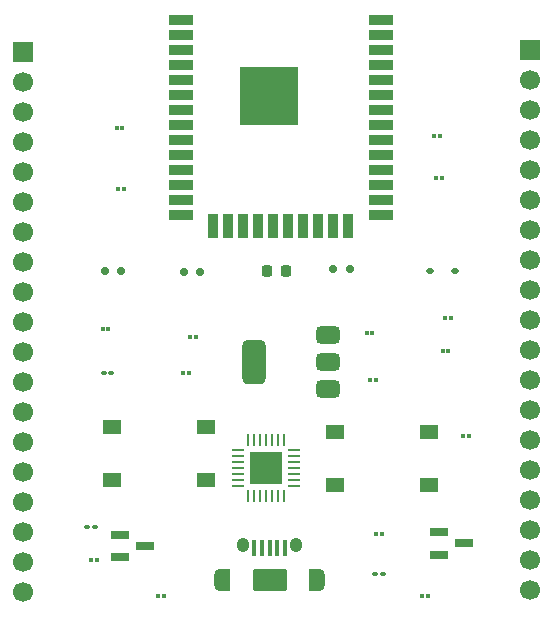
<source format=gbr>
%TF.GenerationSoftware,KiCad,Pcbnew,9.0.2*%
%TF.CreationDate,2025-07-05T23:34:38+05:30*%
%TF.ProjectId,_autosave-esp32devkitclone,5f617574-6f73-4617-9665-2d6573703332,rev?*%
%TF.SameCoordinates,Original*%
%TF.FileFunction,Soldermask,Top*%
%TF.FilePolarity,Negative*%
%FSLAX46Y46*%
G04 Gerber Fmt 4.6, Leading zero omitted, Abs format (unit mm)*
G04 Created by KiCad (PCBNEW 9.0.2) date 2025-07-05 23:34:38*
%MOMM*%
%LPD*%
G01*
G04 APERTURE LIST*
G04 Aperture macros list*
%AMRoundRect*
0 Rectangle with rounded corners*
0 $1 Rounding radius*
0 $2 $3 $4 $5 $6 $7 $8 $9 X,Y pos of 4 corners*
0 Add a 4 corners polygon primitive as box body*
4,1,4,$2,$3,$4,$5,$6,$7,$8,$9,$2,$3,0*
0 Add four circle primitives for the rounded corners*
1,1,$1+$1,$2,$3*
1,1,$1+$1,$4,$5*
1,1,$1+$1,$6,$7*
1,1,$1+$1,$8,$9*
0 Add four rect primitives between the rounded corners*
20,1,$1+$1,$2,$3,$4,$5,0*
20,1,$1+$1,$4,$5,$6,$7,0*
20,1,$1+$1,$6,$7,$8,$9,0*
20,1,$1+$1,$8,$9,$2,$3,0*%
G04 Aperture macros list end*
%ADD10R,1.700000X1.700000*%
%ADD11C,1.700000*%
%ADD12RoundRect,0.070000X-0.650000X-0.300000X0.650000X-0.300000X0.650000X0.300000X-0.650000X0.300000X0*%
%ADD13RoundRect,0.075000X-0.125000X-0.075000X0.125000X-0.075000X0.125000X0.075000X-0.125000X0.075000X0*%
%ADD14RoundRect,0.218750X-0.218750X-0.256250X0.218750X-0.256250X0.218750X0.256250X-0.218750X0.256250X0*%
%ADD15R,1.550000X1.300000*%
%ADD16RoundRect,0.100000X-0.130000X-0.100000X0.130000X-0.100000X0.130000X0.100000X-0.130000X0.100000X0*%
%ADD17RoundRect,0.100000X-0.100000X-0.575000X0.100000X-0.575000X0.100000X0.575000X-0.100000X0.575000X0*%
%ADD18O,1.000000X1.900000*%
%ADD19R,0.875000X1.900000*%
%ADD20O,1.050000X1.250000*%
%ADD21RoundRect,0.250000X-1.200000X-0.700000X1.200000X-0.700000X1.200000X0.700000X-1.200000X0.700000X0*%
%ADD22RoundRect,0.150000X0.150000X0.200000X-0.150000X0.200000X-0.150000X-0.200000X0.150000X-0.200000X0*%
%ADD23R,2.000000X0.900000*%
%ADD24R,0.900000X2.000000*%
%ADD25R,5.000000X5.000000*%
%ADD26RoundRect,0.062500X-0.425000X-0.062500X0.425000X-0.062500X0.425000X0.062500X-0.425000X0.062500X0*%
%ADD27RoundRect,0.062500X-0.062500X-0.425000X0.062500X-0.425000X0.062500X0.425000X-0.062500X0.425000X0*%
%ADD28R,2.700000X2.700000*%
%ADD29RoundRect,0.375000X0.625000X0.375000X-0.625000X0.375000X-0.625000X-0.375000X0.625000X-0.375000X0*%
%ADD30RoundRect,0.500000X0.500000X1.400000X-0.500000X1.400000X-0.500000X-1.400000X0.500000X-1.400000X0*%
%ADD31RoundRect,0.112500X-0.187500X-0.112500X0.187500X-0.112500X0.187500X0.112500X-0.187500X0.112500X0*%
G04 APERTURE END LIST*
D10*
%TO.C,J2*%
X161960000Y-84540000D03*
D11*
X161960000Y-87080000D03*
X161960000Y-89620000D03*
X161960000Y-92160000D03*
X161960000Y-94700000D03*
X161960000Y-97240000D03*
X161960000Y-99780000D03*
X161960000Y-102320000D03*
X161960000Y-104860000D03*
X161960000Y-107400000D03*
X161960000Y-109940000D03*
X161960000Y-112480000D03*
X161960000Y-115020000D03*
X161960000Y-117560000D03*
X161960000Y-120100000D03*
X161960000Y-122640000D03*
X161960000Y-125180000D03*
X161960000Y-127720000D03*
X161960000Y-130260000D03*
%TD*%
D12*
%TO.C,Q2*%
X197190000Y-125180000D03*
X197190000Y-127080000D03*
X199290000Y-126130000D03*
%TD*%
D13*
%TO.C,R21*%
X191835000Y-125370000D03*
X192335000Y-125370000D03*
%TD*%
%TO.C,R17*%
X196905000Y-95160000D03*
X197405000Y-95160000D03*
%TD*%
D14*
%TO.C,D1*%
X182605000Y-103080000D03*
X184180000Y-103080000D03*
%TD*%
D13*
%TO.C,C15*%
X169865000Y-90920000D03*
X170365000Y-90920000D03*
%TD*%
%TO.C,R25*%
X167665000Y-127540000D03*
X168165000Y-127540000D03*
%TD*%
D15*
%TO.C,SW1*%
X169450000Y-116280000D03*
X177400000Y-116280000D03*
X169450000Y-120780000D03*
X177400000Y-120780000D03*
%TD*%
D13*
%TO.C,C14*%
X199220000Y-117020000D03*
X199720000Y-117020000D03*
%TD*%
D16*
%TO.C,C21*%
X168780000Y-111720000D03*
X169420000Y-111720000D03*
%TD*%
D17*
%TO.C,J1*%
X184120000Y-126550000D03*
X183470000Y-126550000D03*
X182820000Y-126550000D03*
X182170000Y-126550000D03*
X181520000Y-126550000D03*
D18*
X178645000Y-129225000D03*
D19*
X179082500Y-129225000D03*
D20*
X180595000Y-126225000D03*
D21*
X182820000Y-129225000D03*
D20*
X185045000Y-126225000D03*
D19*
X186557500Y-129225000D03*
D18*
X186995000Y-129225000D03*
%TD*%
D15*
%TO.C,SW2*%
X188350000Y-116710000D03*
X196300000Y-116710000D03*
X188350000Y-121210000D03*
X196300000Y-121210000D03*
%TD*%
D10*
%TO.C,J3*%
X204880000Y-84360000D03*
D11*
X204880000Y-86900000D03*
X204880000Y-89440000D03*
X204880000Y-91980000D03*
X204880000Y-94520000D03*
X204880000Y-97060000D03*
X204880000Y-99600000D03*
X204880000Y-102140000D03*
X204880000Y-104680000D03*
X204880000Y-107220000D03*
X204880000Y-109760000D03*
X204880000Y-112300000D03*
X204880000Y-114840000D03*
X204880000Y-117380000D03*
X204880000Y-119920000D03*
X204880000Y-122460000D03*
X204880000Y-125000000D03*
X204880000Y-127540000D03*
X204880000Y-130080000D03*
%TD*%
D22*
%TO.C,D4*%
X188210000Y-102890000D03*
X189610000Y-102890000D03*
%TD*%
D13*
%TO.C,R24*%
X173350000Y-130540000D03*
X173850000Y-130540000D03*
%TD*%
D16*
%TO.C,C3*%
X191785000Y-128710000D03*
X192425000Y-128710000D03*
%TD*%
D22*
%TO.C,D6*%
X168870000Y-103060000D03*
X170270000Y-103060000D03*
%TD*%
D13*
%TO.C,R22*%
X170000000Y-96140000D03*
X170500000Y-96140000D03*
%TD*%
%TO.C,R26*%
X191355000Y-112260000D03*
X191855000Y-112260000D03*
%TD*%
D16*
%TO.C,C1*%
X167400000Y-124750000D03*
X168040000Y-124750000D03*
%TD*%
D23*
%TO.C,MOD1*%
X175280000Y-81780000D03*
X175280000Y-83050000D03*
X175280000Y-84320000D03*
X175280000Y-85590000D03*
X175280000Y-86860000D03*
X175280000Y-88130000D03*
X175280000Y-89400000D03*
X175280000Y-90670000D03*
X175280000Y-91940000D03*
X175280000Y-93210000D03*
X175280000Y-94480000D03*
X175280000Y-95750000D03*
X175280000Y-97020000D03*
X175280000Y-98290000D03*
D24*
X178065000Y-99290000D03*
X179335000Y-99290000D03*
X180605000Y-99290000D03*
X181875000Y-99290000D03*
X183145000Y-99290000D03*
X184415000Y-99290000D03*
X185685000Y-99290000D03*
X186955000Y-99290000D03*
X188225000Y-99290000D03*
X189495000Y-99290000D03*
D23*
X192280000Y-98290000D03*
X192280000Y-97020000D03*
X192280000Y-95750000D03*
X192280000Y-94480000D03*
X192280000Y-93210000D03*
X192280000Y-91940000D03*
X192280000Y-90670000D03*
X192280000Y-89400000D03*
X192280000Y-88130000D03*
X192280000Y-86860000D03*
X192280000Y-85590000D03*
X192280000Y-84320000D03*
X192280000Y-83050000D03*
X192280000Y-81780000D03*
D25*
X182780000Y-88280000D03*
%TD*%
D13*
%TO.C,R11*%
X197460000Y-109800000D03*
X197960000Y-109800000D03*
%TD*%
D26*
%TO.C,U1*%
X180155000Y-118240000D03*
X180155000Y-118740000D03*
X180155000Y-119240000D03*
X180155000Y-119740000D03*
X180155000Y-120240000D03*
X180155000Y-120740000D03*
X180155000Y-121240000D03*
D27*
X181017500Y-122102500D03*
X181517500Y-122102500D03*
X182017500Y-122102500D03*
X182517500Y-122102500D03*
X183017500Y-122102500D03*
X183517500Y-122102500D03*
X184017500Y-122102500D03*
D26*
X184880000Y-121240000D03*
X184880000Y-120740000D03*
X184880000Y-120240000D03*
X184880000Y-119740000D03*
X184880000Y-119240000D03*
X184880000Y-118740000D03*
X184880000Y-118240000D03*
D27*
X184017500Y-117377500D03*
X183517500Y-117377500D03*
X183017500Y-117377500D03*
X182517500Y-117377500D03*
X182017500Y-117377500D03*
X181517500Y-117377500D03*
X181017500Y-117377500D03*
D28*
X182517500Y-119740000D03*
%TD*%
D13*
%TO.C,C9*%
X196740000Y-91600000D03*
X197240000Y-91600000D03*
%TD*%
%TO.C,C19*%
X175530000Y-111660000D03*
X176030000Y-111660000D03*
%TD*%
%TO.C,R18*%
X197700000Y-107080000D03*
X198200000Y-107080000D03*
%TD*%
D29*
%TO.C,U2*%
X187780000Y-113060000D03*
X187780000Y-110760000D03*
D30*
X181480000Y-110760000D03*
D29*
X187780000Y-108460000D03*
%TD*%
D31*
%TO.C,D3*%
X196390000Y-103090000D03*
X198490000Y-103090000D03*
%TD*%
D12*
%TO.C,Q1*%
X170170000Y-125410000D03*
X170170000Y-127310000D03*
X172270000Y-126360000D03*
%TD*%
D13*
%TO.C,C22*%
X168675000Y-107950000D03*
X169175000Y-107950000D03*
%TD*%
%TO.C,R23*%
X191030000Y-108270000D03*
X191530000Y-108270000D03*
%TD*%
%TO.C,C20*%
X176115000Y-108680000D03*
X176615000Y-108680000D03*
%TD*%
D22*
%TO.C,D5*%
X175560000Y-103130000D03*
X176960000Y-103130000D03*
%TD*%
D13*
%TO.C,R2*%
X195740000Y-130560000D03*
X196240000Y-130560000D03*
%TD*%
M02*

</source>
